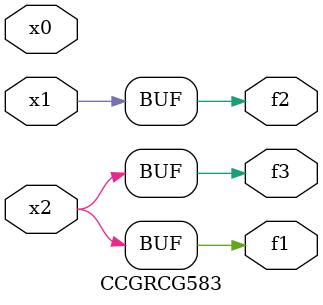
<source format=v>
module CCGRCG583(
	input x0, x1, x2,
	output f1, f2, f3
);
	assign f1 = x2;
	assign f2 = x1;
	assign f3 = x2;
endmodule

</source>
